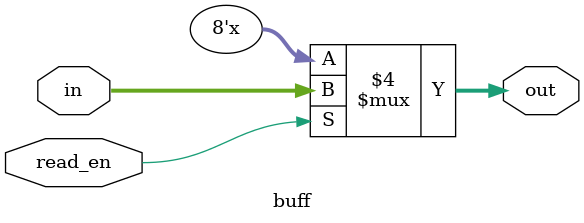
<source format=v>
`timescale 1ns / 1ps
module buff(in,out,read_en);
input read_en;					//read_en : read enable comes from the decoder
input [7:0] in;
output [7:0] out;
reg [7:0] out;

//assign out = read_en ? in : 8'bz ;                

always @ (read_en or in)
	begin 
	if ( read_en == 1'b1 )
		begin
			out = in;
		end
	else 		out = 8'bz;
	
	end
endmodule

</source>
